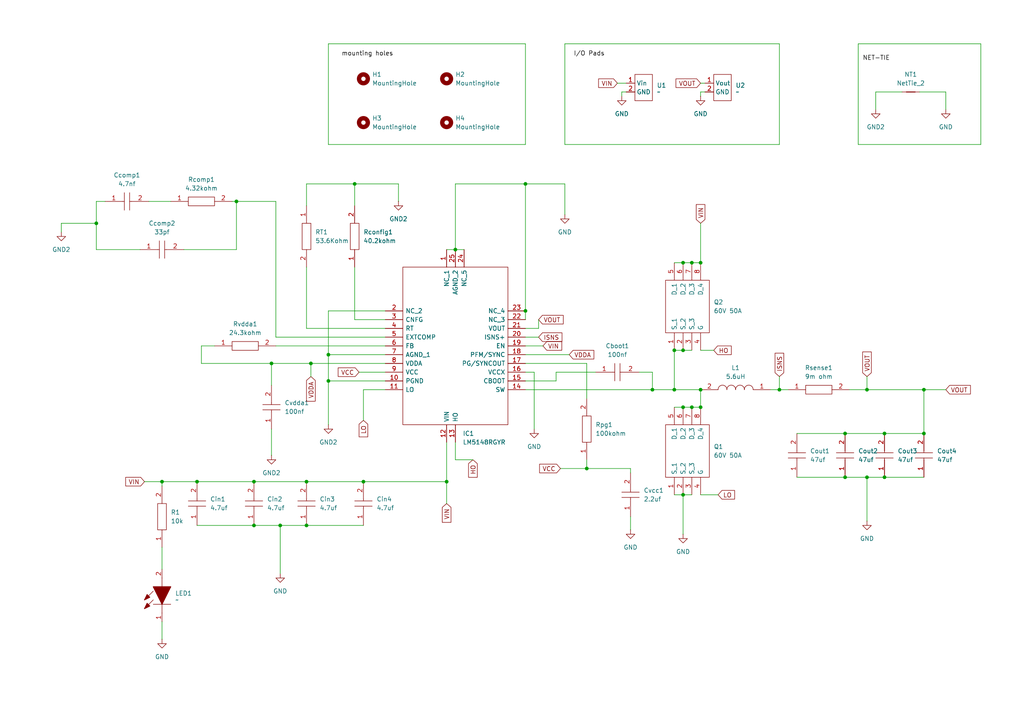
<source format=kicad_sch>
(kicad_sch (version 20250114) (generator "eeschema") (generator_version "9.0")
  (paper "A4")
  (lib_symbols
    (symbol "CGA4C2C0G1H472J060AA:CGA4C2C0G1H472J060AA" (pin_names (offset 0.762))
      (property "Reference" "C" (at 8.89 6.35 0))
      (property "Value" "CGA4C2C0G1H472J060AA" (at 8.89 3.81 0))
      (symbol "CGA4C2C0G1H472J060AA_0_0"
        (pin passive line (at 0 0 0) (length 5.08) (name "~") (number "1"))
        (pin passive line (at 12.7 0 180) (length 5.08) (name "~") (number "2"))
      )
    )
    (symbol "CGA6M3X7S2A475K200AB:CGA6M3X7S2A475K200AB" (pin_names (offset 0.762))
      (property "Reference" "C" (at 8.89 6.35 0))
      (property "Value" "CGA6M3X7S2A475K200AB" (at 8.89 3.81 0))
      (symbol "CGA6M3X7S2A475K200AB_0_0"
        (pin passive line (at 0 0 0) (length 5.08) (name "~") (number "1"))
        (pin passive line (at 12.7 0 180) (length 5.08) (name "~") (number "2"))
      )
    )
    (symbol "CL21C330JBANNNC:CL21C330JBANNNC" (pin_names (offset 0.762))
      (property "Reference" "C" (at 8.89 6.35 0))
      (property "Value" "CL21C330JBANNNC" (at 8.89 3.81 0))
      (symbol "CL21C330JBANNNC_0_0"
        (pin passive line (at 0 0 0) (length 5.08) (name "~") (number "1"))
        (pin passive line (at 12.7 0 180) (length 5.08) (name "~") (number "2"))
      )
    )
    (symbol "CRCW040224K3FKED:CRCW040224K3FKED" (pin_names (offset 0.762))
      (property "Reference" "R" (at 13.97 6.35 0))
      (property "Value" "CRCW040224K3FKED" (at 13.97 3.81 0))
      (symbol "CRCW040224K3FKED_0_0"
        (pin passive line (at 0 0 0) (length 5.08) (name "~") (number "1"))
        (pin passive line (at 17.78 0 180) (length 5.08) (name "~") (number "2"))
      )
    )
    (symbol "CRCW04024K32FKED:CRCW04024K32FKED" (pin_names (offset 0.762))
      (property "Reference" "R" (at 13.97 6.35 0))
      (property "Value" "CRCW04024K32FKED" (at 13.97 3.81 0))
      (symbol "CRCW04024K32FKED_0_0"
        (pin passive line (at 0 0 0) (length 5.08) (name "~") (number "1"))
        (pin passive line (at 17.78 0 180) (length 5.08) (name "~") (number "2"))
      )
    )
    (symbol "CRCW0603100KFKEA:CRCW0603100KFKEA" (pin_names (offset 0.762))
      (property "Reference" "R" (at 13.97 6.35 0))
      (property "Value" "CRCW0603100KFKEA" (at 13.97 3.81 0))
      (symbol "CRCW0603100KFKEA_0_0"
        (pin passive line (at 0 0 0) (length 5.08) (name "~") (number "1"))
        (pin passive line (at 17.78 0 180) (length 5.08) (name "~") (number "2"))
      )
    )
    (symbol "CRCW060340K2FKEA:CRCW060340K2FKEA" (pin_names (offset 0.762))
      (property "Reference" "R" (at 13.97 6.35 0))
      (property "Value" "CRCW060340K2FKEA" (at 13.97 3.81 0))
      (symbol "CRCW060340K2FKEA_0_0"
        (pin passive line (at 0 0 0) (length 5.08) (name "~") (number "1"))
        (pin passive line (at 17.78 0 180) (length 5.08) (name "~") (number "2"))
      )
    )
    (symbol "CRCW060353K6FKEA:CRCW060353K6FKEA" (pin_names (offset 0.762))
      (property "Reference" "R" (at 13.97 6.35 0))
      (property "Value" "CRCW060353K6FKEA" (at 13.97 3.81 0))
      (symbol "CRCW060353K6FKEA_0_0"
        (pin passive line (at 0 0 0) (length 5.08) (name "~") (number "1"))
        (pin passive line (at 17.78 0 180) (length 5.08) (name "~") (number "2"))
      )
    )
    (symbol "CSD18534Q5A:CSD18534Q5A" (pin_names (offset 0.762))
      (property "Reference" "Q" (at 21.59 7.62 0))
      (property "Value" "CSD18534Q5A" (at 21.59 5.08 0))
      (symbol "CSD18534Q5A_0_0"
        (pin passive line (at 0 0 0) (length 5.08) (name "S_1") (number "1"))
        (pin passive line (at 0 -2.54 0) (length 5.08) (name "S_2") (number "2"))
        (pin passive line (at 0 -5.08 0) (length 5.08) (name "S_3") (number "3"))
        (pin passive line (at 0 -7.62 0) (length 5.08) (name "G") (number "4"))
        (pin passive line (at 25.4 0 180) (length 5.08) (name "D_1") (number "5"))
        (pin passive line (at 25.4 -2.54 180) (length 5.08) (name "D_2") (number "6"))
        (pin passive line (at 25.4 -5.08 180) (length 5.08) (name "D_3") (number "7"))
        (pin passive line (at 25.4 -7.62 180) (length 5.08) (name "D_4") (number "8"))
      )
    )
    (symbol "Device:NetTie_2" (pin_numbers (hide yes)) (pin_names (offset 0) (hide yes)) (in_bom no)
      (property "Reference" "NT" (at 0 1.27 0))
      (property "Value" "NetTie_2" (at 0 -1.27 0))
      (symbol "NetTie_2_1_1"
        (pin passive line (at -2.54 0 0) (length 2.54) (name "1") (number "1"))
        (pin passive line (at 2.54 0 180) (length 2.54) (name "2") (number "2"))
      )
    )
    (symbol "GRM155R71A104KA01D:GRM155R71A104KA01D" (pin_names (offset 0.762))
      (property "Reference" "C" (at 8.89 6.35 0))
      (property "Value" "GRM155R71A104KA01D" (at 8.89 3.81 0))
      (symbol "GRM155R71A104KA01D_0_0"
        (pin passive line (at 0 0 0) (length 5.08) (name "~") (number "1"))
        (pin passive line (at 12.7 0 180) (length 5.08) (name "~") (number "2"))
      )
    )
    (symbol "GRM188R71A225KE15D:GRM188R71A225KE15D" (pin_names (offset 0.762))
      (property "Reference" "C" (at 8.89 6.35 0))
      (property "Value" "GRM188R71A225KE15D" (at 8.89 3.81 0))
      (symbol "GRM188R71A225KE15D_0_0"
        (pin passive line (at 0 0 0) (length 5.08) (name "~") (number "1"))
        (pin passive line (at 12.7 0 180) (length 5.08) (name "~") (number "2"))
      )
    )
    (symbol "GRM32ER61C476KE15L:GRM32ER61C476KE15L" (pin_names (offset 0.762))
      (property "Reference" "C" (at 8.89 6.35 0))
      (property "Value" "GRM32ER61C476KE15L" (at 8.89 3.81 0))
      (symbol "GRM32ER61C476KE15L_0_0"
        (pin passive line (at 0 0 0) (length 5.08) (name "~") (number "1"))
        (pin passive line (at 12.7 0 180) (length 5.08) (name "~") (number "2"))
      )
    )
    (symbol "HC3-5R6-R:HC3-5R6-R" (pin_names (offset 0.762))
      (property "Reference" "L" (at 16.51 6.35 0))
      (property "Value" "HC3-5R6-R" (at 16.51 3.81 0))
      (symbol "HC3-5R6-R_0_0"
        (pin passive line (at 0 0 0) (length 5.08) (name "~") (number "1"))
        (pin passive line (at 20.32 0 180) (length 5.08) (name "~") (number "2"))
      )
    )
    (symbol "LM5148RGYR:LM5148RGYR" (pin_names (offset 0.762))
      (property "Reference" "IC" (at 36.83 17.78 0))
      (property "Value" "LM5148RGYR" (at 36.83 15.24 0))
      (symbol "LM5148RGYR_0_0"
        (pin passive line (at 0 0 0) (length 5.08) (name "NC_2") (number "2"))
        (pin passive line (at 0 -2.54 0) (length 5.08) (name "CNFG") (number "3"))
        (pin passive line (at 0 -5.08 0) (length 5.08) (name "RT") (number "4"))
        (pin passive line (at 0 -7.62 0) (length 5.08) (name "EXTCOMP") (number "5"))
        (pin passive line (at 0 -10.16 0) (length 5.08) (name "FB") (number "6"))
        (pin passive line (at 0 -12.7 0) (length 5.08) (name "AGND_1") (number "7"))
        (pin passive line (at 0 -15.24 0) (length 5.08) (name "VDDA") (number "8"))
        (pin passive line (at 0 -17.78 0) (length 5.08) (name "VCC") (number "9"))
        (pin passive line (at 0 -20.32 0) (length 5.08) (name "PGND") (number "10"))
        (pin passive line (at 0 -22.86 0) (length 5.08) (name "LO") (number "11"))
        (pin passive line (at 17.78 17.78 270) (length 5.08) (name "NC_1") (number "1"))
        (pin passive line (at 17.78 -38.1 90) (length 5.08) (name "VIN") (number "12"))
        (pin passive line (at 20.32 17.78 270) (length 5.08) (name "AGND_2") (number "25"))
        (pin passive line (at 20.32 -38.1 90) (length 5.08) (name "HO") (number "13"))
        (pin passive line (at 22.86 17.78 270) (length 5.08) (name "NC_5") (number "24"))
        (pin passive line (at 40.64 0 180) (length 5.08) (name "NC_4") (number "23"))
        (pin passive line (at 40.64 -2.54 180) (length 5.08) (name "NC_3") (number "22"))
        (pin passive line (at 40.64 -5.08 180) (length 5.08) (name "VOUT") (number "21"))
        (pin passive line (at 40.64 -7.62 180) (length 5.08) (name "ISNS+") (number "20"))
        (pin passive line (at 40.64 -10.16 180) (length 5.08) (name "EN") (number "19"))
        (pin passive line (at 40.64 -12.7 180) (length 5.08) (name "PFM/SYNC") (number "18"))
        (pin passive line (at 40.64 -15.24 180) (length 5.08) (name "PG/SYNCOUT") (number "17"))
        (pin passive line (at 40.64 -17.78 180) (length 5.08) (name "VCCX") (number "16"))
        (pin passive line (at 40.64 -20.32 180) (length 5.08) (name "CBOOT") (number "15"))
        (pin passive line (at 40.64 -22.86 180) (length 5.08) (name "SW") (number "14"))
      )
    )
    (symbol "LTST-C150KRKT:LTST-C150KRKT" (pin_names (offset 0.762))
      (property "Reference" "LED" (at 12.7 8.89 0))
      (property "Value" "LTST-C150KRKT" (at 12.7 6.35 0))
      (symbol "LTST-C150KRKT_0_0"
        (pin passive line (at 0 0 0) (length 2.54) (name "~") (number "1"))
        (pin passive line (at 15.24 0 180) (length 2.54) (name "~") (number "2"))
      )
    )
    (symbol "Mechanical:MountingHole" (pin_names (offset 1.016)) (exclude_from_sim yes) (in_bom no)
      (property "Reference" "H" (at 0 5.08 0))
      (property "Value" "MountingHole" (at 0 3.175 0))
    )
    (symbol "PLT0805Z1002AST5:PLT0805Z1002AST5" (pin_names (offset 0.762))
      (property "Reference" "R" (at 13.97 6.35 0))
      (property "Value" "PLT0805Z1002AST5" (at 13.97 3.81 0))
      (symbol "PLT0805Z1002AST5_0_0"
        (pin passive line (at 0 0 0) (length 5.08) (name "~") (number "1"))
        (pin passive line (at 17.78 0 180) (length 5.08) (name "~") (number "2"))
      )
    )
    (symbol "WSLP12069L000FEA:WSLP12069L000FEA" (pin_names (offset 0.762))
      (property "Reference" "R" (at 13.97 6.35 0))
      (property "Value" "WSLP12069L000FEA" (at 13.97 3.81 0))
      (symbol "WSLP12069L000FEA_0_0"
        (pin passive line (at 0 0 0) (length 5.08) (name "~") (number "1"))
        (pin passive line (at 17.78 0 180) (length 5.08) (name "~") (number "2"))
      )
    )
    (symbol "input_pad:I/P"
      (property "Reference" "U" (at 0 0 0))
      (symbol "I/P_1_1"
        (pin input line (at 0 1.27 0) (length 2.54) (name "Vin") (number "1"))
        (pin input line (at 0 -1.27 0) (length 2.54) (name "GND") (number "2"))
      )
    )
    (symbol "output_pad:o/p"
      (property "Reference" "U" (at 0 0 0))
      (symbol "o/p_1_1"
        (pin output line (at 0 1.27 0) (length 2.54) (name "Vout") (number "1"))
        (pin output line (at 0 -1.27 0) (length 2.54) (name "GND") (number "2"))
      )
    )
    (symbol "power:GND" (power) (pin_numbers (hide yes)) (pin_names (offset 0) (hide yes))
      (property "Value" "GND" (at 0 -3.81 0))
      (symbol "GND_1_1"
        (pin power_in line (at 0 0 270) (length 0) (name "~") (number "1"))
      )
    )
    (symbol "power:GND2" (power) (pin_numbers (hide yes)) (pin_names (offset 0) (hide yes))
      (property "Value" "GND2" (at 0 -3.81 0))
      (symbol "GND2_1_1"
        (pin power_in line (at 0 0 270) (length 0) (name "~") (number "1"))
      )
    )
  )
  (junction (at 245.11 138.43))
  (junction (at 27.94 64.77))
  (junction (at 226.06 113.03))
  (junction (at 189.23 113.03))
  (junction (at 200.66 118.11))
  (junction (at 251.46 113.03))
  (junction (at 46.99 139.7))
  (junction (at 78.74 105.41))
  (junction (at 73.66 152.4))
  (junction (at 102.87 53.34))
  (junction (at 203.2 76.2))
  (junction (at 203.2 113.03))
  (junction (at 256.54 125.73))
  (junction (at 267.97 113.03))
  (junction (at 198.12 143.51))
  (junction (at 200.66 76.2))
  (junction (at 198.12 101.6))
  (junction (at 198.12 118.11))
  (junction (at 132.08 72.39))
  (junction (at 81.28 152.4))
  (junction (at 203.2 118.11))
  (junction (at 95.25 110.49))
  (junction (at 88.9 139.7))
  (junction (at 68.58 58.42))
  (junction (at 267.97 125.73))
  (junction (at 105.41 139.7))
  (junction (at 152.4 53.34))
  (junction (at 73.66 139.7))
  (junction (at 256.54 138.43))
  (junction (at 95.25 102.87))
  (junction (at 90.17 105.41))
  (junction (at 88.9 152.4))
  (junction (at 57.15 139.7))
  (junction (at 251.46 138.43))
  (junction (at 245.11 125.73))
  (junction (at 198.12 76.2))
  (junction (at 195.58 101.6))
  (junction (at 152.4 90.17))
  (junction (at 195.58 113.03))
  (junction (at 170.18 135.89))
  (junction (at 129.54 139.7))
  (wire (pts (xy 27.94 64.77) (xy 27.94 72.39)))
  (wire (pts (xy 226.06 109.22) (xy 226.06 113.03)))
  (wire (pts (xy 251.46 113.03) (xy 267.97 113.03)))
  (wire (pts (xy 154.94 107.95) (xy 154.94 124.46)))
  (wire (pts (xy 248.92 12.7) (xy 248.92 41.91)))
  (wire (pts (xy 152.4 53.34) (xy 152.4 90.17)))
  (wire (pts (xy 203.2 143.51) (xy 208.28 143.51)))
  (wire (pts (xy 261.62 26.67) (xy 254 26.67)))
  (wire (pts (xy 152.4 95.25) (xy 156.21 95.25)))
  (wire (pts (xy 246.38 113.03) (xy 251.46 113.03)))
  (wire (pts (xy 129.54 72.39) (xy 132.08 72.39)))
  (wire (pts (xy 152.4 53.34) (xy 163.83 53.34)))
  (wire (pts (xy 195.58 113.03) (xy 203.2 113.03)))
  (wire (pts (xy 95.25 110.49) (xy 95.25 123.19)))
  (wire (pts (xy 245.11 138.43) (xy 251.46 138.43)))
  (wire (pts (xy 17.78 64.77) (xy 27.94 64.77)))
  (wire (pts (xy 132.08 53.34) (xy 132.08 72.39)))
  (wire (pts (xy 88.9 152.4) (xy 105.41 152.4)))
  (wire (pts (xy 195.58 101.6) (xy 195.58 113.03)))
  (wire (pts (xy 102.87 77.47) (xy 102.87 92.71)))
  (wire (pts (xy 170.18 135.89) (xy 170.18 133.35)))
  (wire (pts (xy 78.74 105.41) (xy 78.74 111.76)))
  (wire (pts (xy 185.42 107.95) (xy 189.23 107.95)))
  (wire (pts (xy 226.06 113.03) (xy 228.6 113.03)))
  (wire (pts (xy 226.06 41.91) (xy 226.06 12.7)))
  (wire (pts (xy 58.42 105.41) (xy 78.74 105.41)))
  (wire (pts (xy 200.66 76.2) (xy 203.2 76.2)))
  (wire (pts (xy 231.14 125.73) (xy 245.11 125.73)))
  (wire (pts (xy 132.08 133.35) (xy 132.08 128.27)))
  (wire (pts (xy 81.28 152.4) (xy 88.9 152.4)))
  (wire (pts (xy 105.41 113.03) (xy 111.76 113.03)))
  (wire (pts (xy 266.7 26.67) (xy 274.32 26.67)))
  (wire (pts (xy 200.66 118.11) (xy 203.2 118.11)))
  (wire (pts (xy 81.28 152.4) (xy 81.28 166.37)))
  (wire (pts (xy 46.99 158.75) (xy 46.99 165.1)))
  (wire (pts (xy 78.74 105.41) (xy 90.17 105.41)))
  (wire (pts (xy 88.9 77.47) (xy 88.9 95.25)))
  (wire (pts (xy 256.54 125.73) (xy 267.97 125.73)))
  (wire (pts (xy 73.66 152.4) (xy 81.28 152.4)))
  (wire (pts (xy 90.17 105.41) (xy 111.76 105.41)))
  (wire (pts (xy 111.76 102.87) (xy 95.25 102.87)))
  (wire (pts (xy 245.11 125.73) (xy 256.54 125.73)))
  (wire (pts (xy 284.48 41.91) (xy 248.92 41.91)))
  (wire (pts (xy 267.97 113.03) (xy 274.32 113.03)))
  (wire (pts (xy 78.74 124.46) (xy 78.74 132.08)))
  (wire (pts (xy 43.18 58.42) (xy 49.53 58.42)))
  (wire (pts (xy 254 26.67) (xy 254 31.75)))
  (wire (pts (xy 251.46 138.43) (xy 256.54 138.43)))
  (wire (pts (xy 182.88 149.86) (xy 182.88 153.67)))
  (wire (pts (xy 170.18 105.41) (xy 170.18 115.57)))
  (wire (pts (xy 198.12 118.11) (xy 200.66 118.11)))
  (wire (pts (xy 189.23 113.03) (xy 195.58 113.03)))
  (wire (pts (xy 111.76 97.79) (xy 80.01 97.79)))
  (wire (pts (xy 57.15 152.4) (xy 73.66 152.4)))
  (wire (pts (xy 132.08 53.34) (xy 152.4 53.34)))
  (wire (pts (xy 88.9 139.7) (xy 73.66 139.7)))
  (wire (pts (xy 198.12 143.51) (xy 198.12 154.94)))
  (wire (pts (xy 104.14 107.95) (xy 111.76 107.95)))
  (wire (pts (xy 152.4 97.79) (xy 156.21 97.79)))
  (wire (pts (xy 95.25 41.91) (xy 152.4 41.91)))
  (wire (pts (xy 17.78 67.31) (xy 17.78 64.77)))
  (wire (pts (xy 27.94 58.42) (xy 27.94 64.77)))
  (wire (pts (xy 95.25 102.87) (xy 95.25 110.49)))
  (wire (pts (xy 274.32 26.67) (xy 274.32 31.75)))
  (wire (pts (xy 195.58 118.11) (xy 198.12 118.11)))
  (wire (pts (xy 132.08 72.39) (xy 134.62 72.39)))
  (wire (pts (xy 198.12 101.6) (xy 200.66 101.6)))
  (wire (pts (xy 152.4 90.17) (xy 152.4 92.71)))
  (wire (pts (xy 161.29 107.95) (xy 172.72 107.95)))
  (wire (pts (xy 95.25 12.7) (xy 152.4 12.7)))
  (wire (pts (xy 203.2 113.03) (xy 203.2 118.11)))
  (wire (pts (xy 203.2 26.67) (xy 203.2 27.94)))
  (wire (pts (xy 198.12 76.2) (xy 200.66 76.2)))
  (wire (pts (xy 46.99 180.34) (xy 46.99 185.42)))
  (wire (pts (xy 182.88 135.89) (xy 170.18 135.89)))
  (wire (pts (xy 105.41 139.7) (xy 129.54 139.7)))
  (wire (pts (xy 163.83 41.91) (xy 226.06 41.91)))
  (wire (pts (xy 46.99 139.7) (xy 57.15 139.7)))
  (wire (pts (xy 195.58 143.51) (xy 198.12 143.51)))
  (wire (pts (xy 163.83 53.34) (xy 163.83 62.23)))
  (wire (pts (xy 152.4 105.41) (xy 170.18 105.41)))
  (wire (pts (xy 284.48 12.7) (xy 284.48 41.91)))
  (wire (pts (xy 46.99 139.7) (xy 46.99 140.97)))
  (wire (pts (xy 163.83 12.7) (xy 163.83 41.91)))
  (wire (pts (xy 129.54 128.27) (xy 129.54 139.7)))
  (wire (pts (xy 137.16 133.35) (xy 132.08 133.35)))
  (wire (pts (xy 90.17 105.41) (xy 90.17 109.22)))
  (wire (pts (xy 27.94 72.39) (xy 40.64 72.39)))
  (wire (pts (xy 182.88 137.16) (xy 182.88 135.89)))
  (wire (pts (xy 256.54 138.43) (xy 267.97 138.43)))
  (wire (pts (xy 30.48 58.42) (xy 27.94 58.42)))
  (wire (pts (xy 95.25 12.7) (xy 95.25 41.91)))
  (wire (pts (xy 115.57 58.42) (xy 115.57 53.34)))
  (wire (pts (xy 73.66 139.7) (xy 57.15 139.7)))
  (wire (pts (xy 152.4 113.03) (xy 189.23 113.03)))
  (wire (pts (xy 62.23 100.33) (xy 58.42 100.33)))
  (wire (pts (xy 204.47 26.67) (xy 203.2 26.67)))
  (wire (pts (xy 88.9 53.34) (xy 102.87 53.34)))
  (wire (pts (xy 195.58 76.2) (xy 198.12 76.2)))
  (wire (pts (xy 115.57 53.34) (xy 102.87 53.34)))
  (wire (pts (xy 58.42 100.33) (xy 58.42 105.41)))
  (wire (pts (xy 156.21 95.25) (xy 156.21 92.71)))
  (wire (pts (xy 41.91 139.7) (xy 46.99 139.7)))
  (wire (pts (xy 251.46 138.43) (xy 251.46 151.13)))
  (wire (pts (xy 152.4 110.49) (xy 161.29 110.49)))
  (wire (pts (xy 180.34 26.67) (xy 181.61 26.67)))
  (wire (pts (xy 152.4 100.33) (xy 157.48 100.33)))
  (wire (pts (xy 105.41 139.7) (xy 88.9 139.7)))
  (wire (pts (xy 95.25 110.49) (xy 111.76 110.49)))
  (wire (pts (xy 105.41 121.92) (xy 105.41 113.03)))
  (wire (pts (xy 68.58 58.42) (xy 68.58 72.39)))
  (wire (pts (xy 88.9 95.25) (xy 111.76 95.25)))
  (wire (pts (xy 102.87 59.69) (xy 102.87 53.34)))
  (wire (pts (xy 189.23 107.95) (xy 189.23 113.03)))
  (wire (pts (xy 195.58 101.6) (xy 198.12 101.6)))
  (wire (pts (xy 152.4 107.95) (xy 154.94 107.95)))
  (wire (pts (xy 80.01 100.33) (xy 111.76 100.33)))
  (wire (pts (xy 231.14 138.43) (xy 245.11 138.43)))
  (wire (pts (xy 203.2 24.13) (xy 204.47 24.13)))
  (wire (pts (xy 248.92 12.7) (xy 284.48 12.7)))
  (wire (pts (xy 88.9 59.69) (xy 88.9 53.34)))
  (wire (pts (xy 161.29 110.49) (xy 161.29 107.95)))
  (wire (pts (xy 111.76 90.17) (xy 95.25 90.17)))
  (wire (pts (xy 102.87 92.71) (xy 111.76 92.71)))
  (wire (pts (xy 152.4 102.87) (xy 165.1 102.87)))
  (wire (pts (xy 198.12 143.51) (xy 200.66 143.51)))
  (wire (pts (xy 129.54 139.7) (xy 129.54 146.05)))
  (wire (pts (xy 226.06 12.7) (xy 163.83 12.7)))
  (wire (pts (xy 95.25 90.17) (xy 95.25 102.87)))
  (wire (pts (xy 267.97 113.03) (xy 267.97 125.73)))
  (wire (pts (xy 203.2 64.77) (xy 203.2 76.2)))
  (wire (pts (xy 180.34 27.94) (xy 180.34 26.67)))
  (wire (pts (xy 80.01 58.42) (xy 68.58 58.42)))
  (wire (pts (xy 68.58 58.42) (xy 67.31 58.42)))
  (wire (pts (xy 80.01 58.42) (xy 80.01 97.79)))
  (wire (pts (xy 162.56 135.89) (xy 170.18 135.89)))
  (wire (pts (xy 223.52 113.03) (xy 226.06 113.03)))
  (wire (pts (xy 179.07 24.13) (xy 181.61 24.13)))
  (wire (pts (xy 203.2 101.6) (xy 207.01 101.6)))
  (wire (pts (xy 152.4 41.91) (xy 152.4 12.7)))
  (wire (pts (xy 251.46 113.03) (xy 251.46 109.22)))
  (wire (pts (xy 53.34 72.39) (xy 68.58 72.39)))
  (label "I{slash}O Pads" (at 166.37 16.51 0))
  (label "mounting holes" (at 99.06 16.51 0))
  (label "NET-TIE" (at 250.19 17.78 0))
  (global_label "VOUT" (shape input) (at 156.21 92.71 0) (property "Intersheetrefs" "${INTERSHEET_REFS}" (effects (hide yes))))
  (global_label "LO" (shape input) (at 105.41 121.92 270) (property "Intersheetrefs" "${INTERSHEET_REFS}" (effects (hide yes))))
  (global_label "HO" (shape input) (at 137.16 133.35 270) (property "Intersheetrefs" "${INTERSHEET_REFS}" (effects (hide yes))))
  (global_label "VDDA" (shape input) (at 90.17 109.22 270) (property "Intersheetrefs" "${INTERSHEET_REFS}" (effects (hide yes))))
  (global_label "VOUT" (shape input) (at 274.32 113.03 0) (property "Intersheetrefs" "${INTERSHEET_REFS}" (effects (hide yes))))
  (global_label "ISNS" (shape input) (at 156.21 97.79 0) (property "Intersheetrefs" "${INTERSHEET_REFS}" (effects (hide yes))))
  (global_label "VOUT" (shape input) (at 251.46 109.22 90) (property "Intersheetrefs" "${INTERSHEET_REFS}" (effects (hide yes))))
  (global_label "VCC" (shape input) (at 104.14 107.95 180) (property "Intersheetrefs" "${INTERSHEET_REFS}" (effects (hide yes))))
  (global_label "VDDA" (shape input) (at 165.1 102.87 0) (property "Intersheetrefs" "${INTERSHEET_REFS}" (effects (hide yes))))
  (global_label "VIN" (shape input) (at 203.2 64.77 90) (property "Intersheetrefs" "${INTERSHEET_REFS}" (effects (hide yes))))
  (global_label "HO" (shape input) (at 207.01 101.6 0) (property "Intersheetrefs" "${INTERSHEET_REFS}" (effects (hide yes))))
  (global_label "ISNS" (shape input) (at 226.06 109.22 90) (property "Intersheetrefs" "${INTERSHEET_REFS}" (effects (hide yes))))
  (global_label "VIN" (shape input) (at 129.54 146.05 270) (property "Intersheetrefs" "${INTERSHEET_REFS}" (effects (hide yes))))
  (global_label "LO" (shape input) (at 208.28 143.51 0) (property "Intersheetrefs" "${INTERSHEET_REFS}" (effects (hide yes))))
  (global_label "VCC" (shape input) (at 162.56 135.89 180) (property "Intersheetrefs" "${INTERSHEET_REFS}" (effects (hide yes))))
  (global_label "VIN" (shape input) (at 157.48 100.33 0) (property "Intersheetrefs" "${INTERSHEET_REFS}" (effects (hide yes))))
  (global_label "VIN" (shape input) (at 179.07 24.13 180) (property "Intersheetrefs" "${INTERSHEET_REFS}" (effects (hide yes))))
  (global_label "VIN" (shape input) (at 41.91 139.7 180) (property "Intersheetrefs" "${INTERSHEET_REFS}" (effects (hide yes))))
  (global_label "VOUT" (shape input) (at 203.2 24.13 180) (property "Intersheetrefs" "${INTERSHEET_REFS}" (effects (hide yes))))
  (symbol (lib_id "CGA6M3X7S2A475K200AB:CGA6M3X7S2A475K200AB") (at 88.9 152.4 90) (unit 1)
    (property "Reference" "Cin3" (at 92.71 144.7799 90) (effects (justify right)))
    (property "Value" "4.7uf" (at 92.71 147.3199 90) (effects (justify right)))
    (property "Footprint" "CGA6M3X7S2A475K200AB:CAPC3225X200N" (effects (hide yes)))
    (property "Datasheet" "https://product.tdk.com/system/files/dam/doc/product/capacitor/ceramic/mlcc/catalog/mlcc_automotive_midvoltage_en.pdf" (effects (hide yes)))
    (property "Description" "TDK 4.7uF Multilayer Ceramic Capacitor MLCC 100V dc +/-10% X7S Dielectric 1210 (3225M) SMD, Max. Temp. +125C" (effects (hide yes)))
    (property "Description_1" "TDK 4.7uF Multilayer Ceramic Capacitor MLCC 100V dc +/-10% X7S Dielectric 1210 (3225M) SMD, Max. Temp. +125C" (effects (hide yes)))
    (property "Height" "2" (effects (hide yes)))
    (property "Manufacturer_Name" "TDK" (effects (hide yes)))
    (property "Manufacturer_Part_Number" "FS32X475K101EGG" (effects (hide yes)))
    (property "LCSC NO" "C381466" (effects (hide yes)))
    (property "Mouser Part Number" "810-CGA6M3X7S2A475K" (effects (hide yes)))
    (property "Mouser Price/Stock" "https://www.mouser.co.uk/ProductDetail/TDK/CGA6M3X7S2A475K200AB?qs=NRhsANhppD%2FX6yhUSZEbbQ%3D%3D" (effects (hide yes)))
    (property "Arrow Part Number" "CGA6M3X7S2A475K200AB" (effects (hide yes)))
    (property "Arrow Price/Stock" "https://www.arrow.com/en/products/cga6m3x7s2a475k200ab/tdk?utm_currency=USD&region=nac" (effects (hide yes)))
  )
  (symbol (lib_id "GRM32ER61C476KE15L:GRM32ER61C476KE15L") (at 231.14 138.43 90) (unit 1)
    (property "Reference" "Cout1" (at 234.95 130.8099 90) (effects (justify right)))
    (property "Value" "47uf" (at 234.95 133.3499 90) (effects (justify right)))
    (property "Footprint" "GRM32ER61C476KE15L:CAPC3225X270N" (effects (hide yes)))
    (property "Datasheet" "https://search.murata.co.jp/Ceramy/image/img/A01X/G101/ENG/GRM32ER61C476KE15-01A.pdf" (effects (hide yes)))
    (property "Description" "Ceramic  SMT capacitor 47uF 16Vdc Murata 47uF Multilayer Ceramic Capacitor (MLCC) 16 V dc +/-10% X5R dielectric GRM max op. temp. +85C" (effects (hide yes)))
    (property "Description_1" "Ceramic  SMT capacitor 47uF 16Vdc Murata 47uF Multilayer Ceramic Capacitor (MLCC) 16 V dc +/-10% X5R dielectric GRM max op. temp. +85C" (effects (hide yes)))
    (property "Height" "2.7" (effects (hide yes)))
    (property "Manufacturer_Name" "Murata Electronics" (effects (hide yes)))
    (property "Manufacturer_Part_Number" "GRM32ER61C476KE15L" (effects (hide yes)))
    (property "LCSC NO" "C77101" (effects (hide yes)))
    (property "Mouser Part Number" "81-GRM32ER61C476KE5L" (effects (hide yes)))
    (property "Mouser Price/Stock" "https://www.mouser.co.uk/ProductDetail/Murata-Electronics/GRM32ER61C476KE15L?qs=%252B%2F7tQhzlcy7Im%2F1Gh2YSGQ%3D%3D" (effects (hide yes)))
    (property "Arrow Part Number" "GRM32ER61C476KE15L" (effects (hide yes)))
    (property "Arrow Price/Stock" "https://www.arrow.com/en/products/grm32er61c476ke15l/murata-manufacturing?utm_currency=USD&region=nac" (effects (hide yes)))
  )
  (symbol (lib_id "power:GND") (at 154.94 124.46 0) (unit 1)
    (property "Reference" "#PWR09" (effects (hide yes)))
    (property "Value" "GND" (at 154.94 129.54 0))
    (property "Description" "Power symbol creates a global label with name \"GND\" , ground" (effects (hide yes)))
  )
  (symbol (lib_id "CGA4C2C0G1H472J060AA:CGA4C2C0G1H472J060AA") (at 30.48 58.42 0) (unit 1)
    (property "Reference" "Ccomp1" (at 36.83 50.8 0))
    (property "Value" "4.7nf" (at 36.83 53.34 0))
    (property "Footprint" "CGA4C2C0G1H472J060AA:CAPC2012X75N" (effects (hide yes)))
    (property "Datasheet" "http://docs-europe.electrocomponents.com/webdocs/14e9/0900766b814e9125.pdf" (effects (hide yes)))
    (property "Description" "Multilayer Ceramic Chip Capacitors, Capacitance=4.7nF, LxWxT:2x1.25x0.6mm" (effects (hide yes)))
    (property "Description_1" "Multilayer Ceramic Chip Capacitors, Capacitance=4.7nF, LxWxT:2x1.25x0.6mm" (effects (hide yes)))
    (property "Height" "0.75" (effects (hide yes)))
    (property "Manufacturer_Name" "TDK" (effects (hide yes)))
    (property "Manufacturer_Part_Number" "CGA4C2C0G1H472J060AA" (effects (hide yes)))
    (property "LCSC no" "C2176990" (effects (hide yes)))
    (property "Mouser Part Number" "810-CGA4C2C0G1H472J" (effects (hide yes)))
    (property "Mouser Price/Stock" "https://www.mouser.co.uk/ProductDetail/TDK/CGA4C2C0G1H472J060AA?qs=FxQuwy19cyCgdYzJw5%252BHfA%3D%3D" (effects (hide yes)))
    (property "Arrow Part Number" "CGA4C2C0G1H472J060AA" (effects (hide yes)))
    (property "Arrow Price/Stock" "https://www.arrow.com/en/products/cga4c2c0g1h472j060aa/tdk?region=europe" (effects (hide yes)))
  )
  (symbol (lib_id "power:GND") (at 81.28 166.37 0) (unit 1)
    (property "Reference" "#PWR04" (effects (hide yes)))
    (property "Value" "GND" (at 81.28 171.45 0))
    (property "Description" "Power symbol creates a global label with name \"GND\" , ground" (effects (hide yes)))
  )
  (symbol (lib_id "CL21C330JBANNNC:CL21C330JBANNNC") (at 40.64 72.39 0) (unit 1)
    (property "Reference" "Ccomp2" (at 46.99 64.77 0))
    (property "Value" "33pf" (at 46.99 67.31 0))
    (property "Footprint" "CL21C330JBANNNC:CAPC2012X75N" (effects (hide yes)))
    (property "Datasheet" "http://product.samsungsem.com/mlcc/CL21C330JBANNW.do" (effects (hide yes)))
    (property "Description" "Samsung Electro-Mechanics CL21C330JBANNNC 33pF MLCC 50V dc +/-5% Tolerance SMD" (effects (hide yes)))
    (property "Description_1" "Samsung Electro-Mechanics CL21C330JBANNNC 33pF MLCC 50V dc +/-5% Tolerance SMD" (effects (hide yes)))
    (property "Height" "0.75" (effects (hide yes)))
    (property "Manufacturer_Name" "SAMSUNG" (effects (hide yes)))
    (property "Manufacturer_Part_Number" "CL21C330JBANNNC" (effects (hide yes)))
    (property "LCSC NO" "C1814" (effects (hide yes)))
    (property "Mouser Part Number" "187-CL21C330JBANNNC" (effects (hide yes)))
    (property "Mouser Price/Stock" "https://www.mouser.co.uk/ProductDetail/Samsung-Electro-Mechanics/CL21C330JBANNNC?qs=349EhDEZ59pRTw0w8nJmhg%3D%3D" (effects (hide yes)))
  )
  (symbol (lib_id "CRCW060340K2FKEA:CRCW060340K2FKEA") (at 102.87 77.47 90) (unit 1)
    (property "Reference" "Rconfig1" (at 105.41 67.3099 90) (effects (justify right)))
    (property "Value" "40.2kohm" (at 105.41 69.8499 90) (effects (justify right)))
    (property "Footprint" "CRCW060340K2FKEA:RESC1608X50N" (effects (hide yes)))
    (property "Datasheet" "http://www.vishay.com/docs/20035/dcrcwe3.pdf" (effects (hide yes)))
    (property "Description" "Vishay CRCW Series Thick Film Surface Mount Resistor 603 Case 40.2k +/-1% 0.1W +/-100ppm/C" (effects (hide yes)))
    (property "Description_1" "Vishay CRCW Series Thick Film Surface Mount Resistor 603 Case 40.2k +/-1% 0.1W +/-100ppm/C" (effects (hide yes)))
    (property "Height" "0.5" (effects (hide yes)))
    (property "Manufacturer_Name" "Vishay" (effects (hide yes)))
    (property "Manufacturer_Part_Number" "CRCW060340K2FKEA" (effects (hide yes)))
    (property "LCSC NO" "C844784" (effects (hide yes)))
    (property "Mouser Part Number" "71-CRCW0603-40.2K-E3" (effects (hide yes)))
    (property "Mouser Price/Stock" "https://www.mouser.co.uk/ProductDetail/Vishay-Dale/CRCW060340K2FKEA?qs=wtKLRx7HFiU6ezxsF0GUJQ%3D%3D" (effects (hide yes)))
    (property "Arrow Part Number" "CRCW060340K2FKEA" (effects (hide yes)))
    (property "Arrow Price/Stock" "https://www.arrow.com/en/products/crcw060340k2fkea/vishay?region=nac" (effects (hide yes)))
  )
  (symbol (lib_id "LM5148RGYR:LM5148RGYR") (at 111.76 90.17 0) (unit 1)
    (property "Reference" "IC1" (at 134.2233 125.73 0) (effects (justify left)))
    (property "Value" "LM5148RGYR" (at 134.2233 128.27 0) (effects (justify left)))
    (property "Footprint" "LM5148_:LM5148RGYR" (effects (hide yes)))
    (property "Datasheet" "https://www.ti.com/lit/ds/symlink/lm5148.pdf?ts=1680990210570&ref_url=https%253A%252F%252Fwww.ti.com%252Fproduct%252FLM5148" (effects (hide yes)))
    (property "Description" "Switching Controllers 3.5-V to 80-V, current mode synchronous buck controller" (effects (hide yes)))
    (property "Description_1" "Switching Controllers 3.5-V to 80-V, current mode synchronous buck controller" (effects (hide yes)))
    (property "Height" "1" (effects (hide yes)))
    (property "Manufacturer_Name" "Texas Instruments" (effects (hide yes)))
    (property "Manufacturer_Part_Number" "LM5148RGYR" (effects (hide yes)))
    (property "Mouser Part Number" "595-LM5148RGYR" (effects (hide yes)))
    (property "Mouser Price/Stock" "https://www.mouser.co.uk/ProductDetail/Texas-Instruments/LM5148RGYR?qs=Jm2GQyTW%2FbgsJOyzcNbTmw%3D%3D" (effects (hide yes)))
    (property "Arrow Part Number" "LM5148RGYR" (effects (hide yes)))
    (property "Arrow Price/Stock" "https://www.arrow.com/en/products/lm5148rgyr/texas-instruments?region=nac" (effects (hide yes)))
  )
  (symbol (lib_id "power:GND") (at 182.88 153.67 0) (unit 1)
    (property "Reference" "#PWR01" (effects (hide yes)))
    (property "Value" "GND" (at 182.88 158.75 0))
    (property "Description" "Power symbol creates a global label with name \"GND\" , ground" (effects (hide yes)))
  )
  (symbol (lib_id "CGA6M3X7S2A475K200AB:CGA6M3X7S2A475K200AB") (at 73.66 152.4 90) (unit 1)
    (property "Reference" "Cin2" (at 77.47 144.7799 90) (effects (justify right)))
    (property "Value" "4.7uf" (at 77.47 147.3199 90) (effects (justify right)))
    (property "Footprint" "CGA6M3X7S2A475K200AB:CAPC3225X200N" (effects (hide yes)))
    (property "Datasheet" "https://product.tdk.com/system/files/dam/doc/product/capacitor/ceramic/mlcc/catalog/mlcc_automotive_midvoltage_en.pdf" (effects (hide yes)))
    (property "Description" "TDK 4.7uF Multilayer Ceramic Capacitor MLCC 100V dc +/-10% X7S Dielectric 1210 (3225M) SMD, Max. Temp. +125C" (effects (hide yes)))
    (property "Description_1" "TDK 4.7uF Multilayer Ceramic Capacitor MLCC 100V dc +/-10% X7S Dielectric 1210 (3225M) SMD, Max. Temp. +125C" (effects (hide yes)))
    (property "Height" "2" (effects (hide yes)))
    (property "Manufacturer_Name" "TDK" (effects (hide yes)))
    (property "Manufacturer_Part_Number" "FS32X475K101EGG" (effects (hide yes)))
    (property "LCSC NO" "C381466" (effects (hide yes)))
    (property "Mouser Part Number" "810-CGA6M3X7S2A475K" (effects (hide yes)))
    (property "Mouser Price/Stock" "https://www.mouser.co.uk/ProductDetail/TDK/CGA6M3X7S2A475K200AB?qs=NRhsANhppD%2FX6yhUSZEbbQ%3D%3D" (effects (hide yes)))
    (property "Arrow Part Number" "CGA6M3X7S2A475K200AB" (effects (hide yes)))
    (property "Arrow Price/Stock" "https://www.arrow.com/en/products/cga6m3x7s2a475k200ab/tdk?utm_currency=USD&region=nac" (effects (hide yes)))
  )
  (symbol (lib_id "CSD18534Q5A:CSD18534Q5A") (at 195.58 101.6 90) (unit 1)
    (property "Reference" "Q2" (at 207.01 87.6299 90) (effects (justify right)))
    (property "Value" "60V 50A" (at 207.01 90.1699 90) (effects (justify right)))
    (property "Footprint" "CSD18534Q5A:Q5A" (effects (hide yes)))
    (property "Datasheet" "http://www.ti.com/lit/gpn/csd18534q5a" (effects (hide yes)))
    (property "Description" "Texas Instruments CSD18534Q5A N-channel MOSFET Transistor, 69 A, 60 V, 8-Pin SON" (effects (hide yes)))
    (property "Description_1" "Texas Instruments CSD18534Q5A N-channel MOSFET Transistor, 69 A, 60 V, 8-Pin SON" (effects (hide yes)))
    (property "Manufacturer_Name" "Texas Instruments" (effects (hide yes)))
    (property "Manufacturer_Part_Number" "CSD18534Q5A" (effects (hide yes)))
    (property "Mouser Part Number" "595-CSD18534Q5A" (effects (hide yes)))
    (property "Mouser Price/Stock" "https://www.mouser.co.uk/ProductDetail/Texas-Instruments/CSD18534Q5A?qs=9Zb5cNRUa0ZPNHf4ZXtqIA%3D%3D" (effects (hide yes)))
    (property "Arrow Part Number" "CSD18534Q5A" (effects (hide yes)))
    (property "Arrow Price/Stock" "https://www.arrow.com/en/products/csd18534q5a/texas-instruments?utm_currency=USD&region=nac" (effects (hide yes)))
    (property "LCSC NO" "C115943" (effects (hide yes)))
  )
  (symbol (lib_id "PLT0805Z1002AST5:PLT0805Z1002AST5") (at 46.99 158.75 90) (unit 1)
    (property "Reference" "R1" (at 49.53 148.5899 90) (effects (justify right)))
    (property "Value" "10k" (at 49.53 151.1299 90) (effects (justify right)))
    (property "Footprint" "PLT0805Z1002AST5:RESC2013X84N" (effects (hide yes)))
    (property "Datasheet" "https://www.arrow.com/en/products/plt0805z1002ast5/vishay" (effects (hide yes)))
    (property "Description" "Thin Film Resistors - SMD 250mW 10kOHM 0.05% 0805 5PPM" (effects (hide yes)))
    (property "Description_1" "Thin Film Resistors - SMD 250mW 10kOHM 0.05% 0805 5PPM" (effects (hide yes)))
    (property "Height" "0.838" (effects (hide yes)))
    (property "Manufacturer_Name" "Vishay" (effects (hide yes)))
    (property "Manufacturer_Part_Number" "RC0805FR-7W10KL" (effects (hide yes)))
    (property "lcsc no" "C723404" (effects (hide yes)))
    (property "Mouser Part Number" "71-PLT0805Z1002AST5" (effects (hide yes)))
    (property "Mouser Price/Stock" "https://www.mouser.co.uk/ProductDetail/Vishay-Thin-Film/PLT0805Z1002AST5?qs=oBjDkOCjPF38%252Bsyb3x%2FiMw%3D%3D" (effects (hide yes)))
    (property "Arrow Part Number" "PLT0805Z1002AST5" (effects (hide yes)))
    (property "Arrow Price/Stock" "https://www.arrow.com/en/products/plt0805z1002ast5/vishay" (effects (hide yes)))
  )
  (symbol (lib_id "CRCW0603100KFKEA:CRCW0603100KFKEA") (at 170.18 133.35 90) (unit 1)
    (property "Reference" "Rpg1" (at 172.72 123.1899 90) (effects (justify right)))
    (property "Value" "100kohm" (at 172.72 125.7299 90) (effects (justify right)))
    (property "Footprint" "CRCW04024K32FKED:RESC1005X40N" (effects (hide yes)))
    (property "Datasheet" "http://www.vishay.com/docs/20035/dcrcwe3.pdf" (effects (hide yes)))
    (property "Description" "CRCW0603 Resistor T/R 0.10W,1%,100K Vishay CRCW Series Thick Film Surface Mount Resistor 0603 Case 100kOhm ?1% 0.1W ?100ppm/?C" (effects (hide yes)))
    (property "Description_1" "CRCW0603 Resistor T/R 0.10W,1%,100K Vishay CRCW Series Thick Film Surface Mount Resistor 0603 Case 100kOhm ?1% 0.1W ?100ppm/?C" (effects (hide yes)))
    (property "Height" "0.5" (effects (hide yes)))
    (property "Manufacturer_Name" "Vishay" (effects (hide yes)))
    (property "Manufacturer_Part_Number" "CRCW0603100KFKEA" (effects (hide yes)))
    (property "LCSC NO" "C844916" (effects (hide yes)))
    (property "Mouser Part Number" "71-CRCW0603-100K-E3" (effects (hide yes)))
    (property "Mouser Price/Stock" "https://www.mouser.co.uk/ProductDetail/Vishay-Dale/CRCW0603100KFKEA?qs=6dqgS%252BKntICWHMMdIzt5%2FQ%3D%3D" (effects (hide yes)))
    (property "Arrow Part Number" "CRCW0603100KFKEA" (effects (hide yes)))
    (property "Arrow Price/Stock" "https://www.arrow.com/en/products/crcw0603100kfkea/vishay?utm_currency=USD&region=nac" (effects (hide yes)))
  )
  (symbol (lib_id "power:GND2") (at 78.74 132.08 0) (unit 1)
    (property "Reference" "#PWR012" (effects (hide yes)))
    (property "Value" "GND2" (at 78.74 137.16 0))
    (property "Description" "Power symbol creates a global label with name \"GND2\" , ground" (effects (hide yes)))
  )
  (symbol (lib_id "Mechanical:MountingHole") (at 129.54 22.86 0) (unit 1) (exclude_from_sim yes) (in_bom no)
    (property "Reference" "H2" (at 132.08 21.5899 0) (effects (justify left)))
    (property "Value" "MountingHole" (at 132.08 24.1299 0) (effects (justify left)))
    (property "Footprint" "MountingHole:MountingHole_2.1mm" (effects (hide yes)))
    (property "Description" "Mounting Hole without connection" (effects (hide yes)))
  )
  (symbol (lib_id "GRM32ER61C476KE15L:GRM32ER61C476KE15L") (at 267.97 138.43 90) (unit 1)
    (property "Reference" "Cout4" (at 271.78 130.8099 90) (effects (justify right)))
    (property "Value" "47uf" (at 271.78 133.3499 90) (effects (justify right)))
    (property "Footprint" "GRM32ER61C476KE15L:CAPC3225X270N" (effects (hide yes)))
    (property "Datasheet" "https://search.murata.co.jp/Ceramy/image/img/A01X/G101/ENG/GRM32ER61C476KE15-01A.pdf" (effects (hide yes)))
    (property "Description" "Ceramic  SMT capacitor 47uF 16Vdc Murata 47uF Multilayer Ceramic Capacitor (MLCC) 16 V dc +/-10% X5R dielectric GRM max op. temp. +85C" (effects (hide yes)))
    (property "Description_1" "Ceramic  SMT capacitor 47uF 16Vdc Murata 47uF Multilayer Ceramic Capacitor (MLCC) 16 V dc +/-10% X5R dielectric GRM max op. temp. +85C" (effects (hide yes)))
    (property "Height" "2.7" (effects (hide yes)))
    (property "Manufacturer_Name" "Murata Electronics" (effects (hide yes)))
    (property "Manufacturer_Part_Number" "GRM32ER61C476KE15L" (effects (hide yes)))
    (property "LCSC NO" "C77101" (effects (hide yes)))
    (property "Mouser Part Number" "81-GRM32ER61C476KE5L" (effects (hide yes)))
    (property "Mouser Price/Stock" "https://www.mouser.co.uk/ProductDetail/Murata-Electronics/GRM32ER61C476KE15L?qs=%252B%2F7tQhzlcy7Im%2F1Gh2YSGQ%3D%3D" (effects (hide yes)))
    (property "Arrow Part Number" "GRM32ER61C476KE15L" (effects (hide yes)))
    (property "Arrow Price/Stock" "https://www.arrow.com/en/products/grm32er61c476ke15l/murata-manufacturing?utm_currency=USD&region=nac" (effects (hide yes)))
  )
  (symbol (lib_id "CRCW060353K6FKEA:CRCW060353K6FKEA") (at 88.9 59.69 270) (unit 1)
    (property "Reference" "RT1" (at 91.44 67.3099 90) (effects (justify left)))
    (property "Value" "53.6Kohm" (at 91.44 69.8499 90) (effects (justify left)))
    (property "Footprint" "CRCW04024K32FKED:RESC1005X40N" (effects (hide yes)))
    (property "Datasheet" "http://www.vishay.com/docs/20035/dcrcwe3.pdf" (effects (hide yes)))
    (property "Description" "Vishay CRCW Series Thick Film Surface Mount Resistor 0603 Case 53.6k +/-1% 0.1W +/-100ppm/K" (effects (hide yes)))
    (property "Description_1" "Vishay CRCW Series Thick Film Surface Mount Resistor 0603 Case 53.6k +/-1% 0.1W +/-100ppm/K" (effects (hide yes)))
    (property "Height" "0.5" (effects (hide yes)))
    (property "Manufacturer_Name" "Vishay" (effects (hide yes)))
    (property "Manufacturer_Part_Number" "CRCW060353K6FKEA" (effects (hide yes)))
    (property "LCSC NO" "C844576" (effects (hide yes)))
    (property "Mouser Part Number" "71-CRCW0603-53.6K-E3" (effects (hide yes)))
    (property "Mouser Price/Stock" "https://www.mouser.co.uk/ProductDetail/Vishay-Dale/CRCW060353K6FKEA?qs=t%2Fk8jExiEqtUVENO6f39Cw%3D%3D" (effects (hide yes)))
    (property "Arrow Part Number" "CRCW060353K6FKEA" (effects (hide yes)))
    (property "Arrow Price/Stock" "http://www.arrow.com/en/products/crcw060353k6fkea/vishay" (effects (hide yes)))
  )
  (symbol (lib_id "GRM32ER61C476KE15L:GRM32ER61C476KE15L") (at 256.54 138.43 90) (unit 1)
    (property "Reference" "Cout3" (at 260.35 130.8099 90) (effects (justify right)))
    (property "Value" "47uf" (at 260.35 133.3499 90) (effects (justify right)))
    (property "Footprint" "GRM32ER61C476KE15L:CAPC3225X270N" (effects (hide yes)))
    (property "Datasheet" "https://search.murata.co.jp/Ceramy/image/img/A01X/G101/ENG/GRM32ER61C476KE15-01A.pdf" (effects (hide yes)))
    (property "Description" "Ceramic  SMT capacitor 47uF 16Vdc Murata 47uF Multilayer Ceramic Capacitor (MLCC) 16 V dc +/-10% X5R dielectric GRM max op. temp. +85C" (effects (hide yes)))
    (property "Description_1" "Ceramic  SMT capacitor 47uF 16Vdc Murata 47uF Multilayer Ceramic Capacitor (MLCC) 16 V dc +/-10% X5R dielectric GRM max op. temp. +85C" (effects (hide yes)))
    (property "Height" "2.7" (effects (hide yes)))
    (property "Manufacturer_Name" "Murata Electronics" (effects (hide yes)))
    (property "Manufacturer_Part_Number" "GRM32ER61C476KE15L" (effects (hide yes)))
    (property "LCSC NO" "C77101" (effects (hide yes)))
    (property "Mouser Part Number" "81-GRM32ER61C476KE5L" (effects (hide yes)))
    (property "Mouser Price/Stock" "https://www.mouser.co.uk/ProductDetail/Murata-Electronics/GRM32ER61C476KE15L?qs=%252B%2F7tQhzlcy7Im%2F1Gh2YSGQ%3D%3D" (effects (hide yes)))
    (property "Arrow Part Number" "GRM32ER61C476KE15L" (effects (hide yes)))
    (property "Arrow Price/Stock" "https://www.arrow.com/en/products/grm32er61c476ke15l/murata-manufacturing?utm_currency=USD&region=nac" (effects (hide yes)))
  )
  (symbol (lib_id "power:GND2") (at 115.57 58.42 0) (unit 1)
    (property "Reference" "#PWR011" (effects (hide yes)))
    (property "Value" "GND2" (at 115.57 63.5 0))
    (property "Description" "Power symbol creates a global label with name \"GND2\" , ground" (effects (hide yes)))
  )
  (symbol (lib_id "CGA6M3X7S2A475K200AB:CGA6M3X7S2A475K200AB") (at 57.15 152.4 90) (unit 1)
    (property "Reference" "Cin1" (at 60.96 144.7799 90) (effects (justify right)))
    (property "Value" "4.7uf" (at 60.96 147.3199 90) (effects (justify right)))
    (property "Footprint" "CGA6M3X7S2A475K200AB:CAPC3225X200N" (effects (hide yes)))
    (property "Datasheet" "https://product.tdk.com/system/files/dam/doc/product/capacitor/ceramic/mlcc/catalog/mlcc_automotive_midvoltage_en.pdf" (effects (hide yes)))
    (property "Description" "TDK 4.7uF Multilayer Ceramic Capacitor MLCC 100V dc +/-10% X7S Dielectric 1210 (3225M) SMD, Max. Temp. +125C" (effects (hide yes)))
    (property "Description_1" "TDK 4.7uF Multilayer Ceramic Capacitor MLCC 100V dc +/-10% X7S Dielectric 1210 (3225M) SMD, Max. Temp. +125C" (effects (hide yes)))
    (property "Height" "2" (effects (hide yes)))
    (property "Manufacturer_Name" "TDK" (effects (hide yes)))
    (property "Manufacturer_Part_Number" "FS32X475K101EGG" (effects (hide yes)))
    (property "LCSC NO" "C381466" (effects (hide yes)))
    (property "Mouser Part Number" "810-CGA6M3X7S2A475K" (effects (hide yes)))
    (property "Mouser Price/Stock" "https://www.mouser.co.uk/ProductDetail/TDK/CGA6M3X7S2A475K200AB?qs=NRhsANhppD%2FX6yhUSZEbbQ%3D%3D" (effects (hide yes)))
    (property "Arrow Part Number" "CGA6M3X7S2A475K200AB" (effects (hide yes)))
    (property "Arrow Price/Stock" "https://www.arrow.com/en/products/cga6m3x7s2a475k200ab/tdk?utm_currency=USD&region=nac" (effects (hide yes)))
  )
  (symbol (lib_id "HC3-5R6-R:HC3-5R6-R") (at 223.52 113.03 180) (unit 1)
    (property "Reference" "L1" (at 213.36 106.68 0))
    (property "Value" "5.6uH" (at 213.36 109.22 0))
    (property "Footprint" "HC3-5R6-R:HC35R6R" (effects (hide yes)))
    (property "Datasheet" "https://datasheet.datasheetarchive.com/originals/distributors/Datasheets-DGA11/2201201.pdf" (effects (hide yes)))
    (property "Description" "HIGH CURRENT 3 Power Inductors" (effects (hide yes)))
    (property "Description_1" "HIGH CURRENT 3 Power Inductors" (effects (hide yes)))
    (property "Height" "17.5" (effects (hide yes)))
    (property "Manufacturer_Name" "Cooper Bussmann" (effects (hide yes)))
    (property "Manufacturer_Part_Number" "HC3-5R6-R" (effects (hide yes)))
    (property "DIGIKEY NO" "513-1756-ND" (effects (hide yes)))
  )
  (symbol (lib_id "Mechanical:MountingHole") (at 105.41 22.86 0) (unit 1) (exclude_from_sim yes) (in_bom no)
    (property "Reference" "H1" (at 107.95 21.5899 0) (effects (justify left)))
    (property "Value" "MountingHole" (at 107.95 24.1299 0) (effects (justify left)))
    (property "Footprint" "MountingHole:MountingHole_2.1mm" (effects (hide yes)))
    (property "Description" "Mounting Hole without connection" (effects (hide yes)))
  )
  (symbol (lib_id "power:GND") (at 198.12 154.94 0) (unit 1)
    (property "Reference" "#PWR03" (effects (hide yes)))
    (property "Value" "GND" (at 198.12 160.02 0))
    (property "Description" "Power symbol creates a global label with name \"GND\" , ground" (effects (hide yes)))
  )
  (symbol (lib_id "power:GND") (at 46.99 185.42 0) (unit 1)
    (property "Reference" "#PWR010" (effects (hide yes)))
    (property "Value" "GND" (at 46.99 190.5 0))
    (property "Description" "Power symbol creates a global label with name \"GND\" , ground" (effects (hide yes)))
  )
  (symbol (lib_id "WSLP12069L000FEA:WSLP12069L000FEA") (at 228.6 113.03 0) (unit 1)
    (property "Reference" "Rsense1" (at 237.49 106.68 0))
    (property "Value" "9m ohm" (at 237.49 109.22 0))
    (property "Footprint" "WSLP12069L000FEA:RESC3216X89N" (effects (hide yes)))
    (property "Datasheet" "https://www.mouser.com/datasheet/2/427/wsl-9-1128311.pdf" (effects (hide yes)))
    (property "Description" "Current Sense Resistors - SMD 1watt .009ohm 1%" (effects (hide yes)))
    (property "Description_1" "Current Sense Resistors - SMD 1watt .009ohm 1%" (effects (hide yes)))
    (property "Height" "0.889" (effects (hide yes)))
    (property "Manufacturer_Name" "Vishay" (effects (hide yes)))
    (property "Manufacturer_Part_Number" "WSLP12069L000FEA" (effects (hide yes)))
    (property "Mouser Part Number" "71-WSLP12069L000FEA" (effects (hide yes)))
    (property "Mouser Price/Stock" "https://www.mouser.co.uk/ProductDetail/Vishay-Dale/WSLP12069L000FEA?qs=eFWhpKjIuGiOgTyBGhwNKw%3D%3D" (effects (hide yes)))
    (property "DIGIKEY NO" "541-10099-2-ND" (effects (hide yes)))
  )
  (symbol (lib_id "Mechanical:MountingHole") (at 105.41 35.56 0) (unit 1) (exclude_from_sim yes) (in_bom no)
    (property "Reference" "H3" (at 107.95 34.2899 0) (effects (justify left)))
    (property "Value" "MountingHole" (at 107.95 36.8299 0) (effects (justify left)))
    (property "Footprint" "MountingHole:MountingHole_2.1mm" (effects (hide yes)))
    (property "Description" "Mounting Hole without connection" (effects (hide yes)))
  )
  (symbol (lib_id "power:GND2") (at 95.25 123.19 0) (unit 1)
    (property "Reference" "#PWR013" (effects (hide yes)))
    (property "Value" "GND2" (at 95.25 128.27 0))
    (property "Description" "Power symbol creates a global label with name \"GND2\" , ground" (effects (hide yes)))
  )
  (symbol (lib_id "power:GND") (at 251.46 151.13 0) (unit 1)
    (property "Reference" "#PWR05" (effects (hide yes)))
    (property "Value" "GND" (at 251.46 156.21 0))
    (property "Description" "Power symbol creates a global label with name \"GND\" , ground" (effects (hide yes)))
  )
  (symbol (lib_id "CSD18534Q5A:CSD18534Q5A") (at 195.58 143.51 90) (unit 1)
    (property "Reference" "Q1" (at 207.01 129.5399 90) (effects (justify right)))
    (property "Value" "60V 50A" (at 207.01 132.0799 90) (effects (justify right)))
    (property "Footprint" "CSD18534Q5A:Q5A" (effects (hide yes)))
    (property "Datasheet" "http://www.ti.com/lit/gpn/csd18534q5a" (effects (hide yes)))
    (property "Description" "Texas Instruments CSD18534Q5A N-channel MOSFET Transistor, 69 A, 60 V, 8-Pin SON" (effects (hide yes)))
    (property "Description_1" "Texas Instruments CSD18534Q5A N-channel MOSFET Transistor, 69 A, 60 V, 8-Pin SON" (effects (hide yes)))
    (property "Manufacturer_Name" "Texas Instruments" (effects (hide yes)))
    (property "Manufacturer_Part_Number" "CSD18534Q5A" (effects (hide yes)))
    (property "Mouser Part Number" "595-CSD18534Q5A" (effects (hide yes)))
    (property "Mouser Price/Stock" "https://www.mouser.co.uk/ProductDetail/Texas-Instruments/CSD18534Q5A?qs=9Zb5cNRUa0ZPNHf4ZXtqIA%3D%3D" (effects (hide yes)))
    (property "Arrow Part Number" "CSD18534Q5A" (effects (hide yes)))
    (property "Arrow Price/Stock" "https://www.arrow.com/en/products/csd18534q5a/texas-instruments?utm_currency=USD&region=nac" (effects (hide yes)))
    (property "LCSC NO" "C115943" (effects (hide yes)))
  )
  (symbol (lib_id "power:GND") (at 180.34 27.94 0) (unit 1)
    (property "Reference" "#PWR08" (effects (hide yes)))
    (property "Value" "GND" (at 180.34 33.02 0))
    (property "Description" "Power symbol creates a global label with name \"GND\" , ground" (effects (hide yes)))
  )
  (symbol (lib_id "CGA6M3X7S2A475K200AB:CGA6M3X7S2A475K200AB") (at 105.41 152.4 90) (unit 1)
    (property "Reference" "Cin4" (at 109.22 144.7799 90) (effects (justify right)))
    (property "Value" "4.7uf" (at 109.22 147.3199 90) (effects (justify right)))
    (property "Footprint" "CGA6M3X7S2A475K200AB:CAPC3225X200N" (effects (hide yes)))
    (property "Datasheet" "https://product.tdk.com/system/files/dam/doc/product/capacitor/ceramic/mlcc/catalog/mlcc_automotive_midvoltage_en.pdf" (effects (hide yes)))
    (property "Description" "TDK 4.7uF Multilayer Ceramic Capacitor MLCC 100V dc +/-10% X7S Dielectric 1210 (3225M) SMD, Max. Temp. +125C" (effects (hide yes)))
    (property "Description_1" "TDK 4.7uF Multilayer Ceramic Capacitor MLCC 100V dc +/-10% X7S Dielectric 1210 (3225M) SMD, Max. Temp. +125C" (effects (hide yes)))
    (property "Height" "2" (effects (hide yes)))
    (property "Manufacturer_Name" "TDK" (effects (hide yes)))
    (property "Manufacturer_Part_Number" "FS32X475K101EGG" (effects (hide yes)))
    (property "LCSC NO" "C381466" (effects (hide yes)))
    (property "Mouser Part Number" "810-CGA6M3X7S2A475K" (effects (hide yes)))
    (property "Mouser Price/Stock" "https://www.mouser.co.uk/ProductDetail/TDK/CGA6M3X7S2A475K200AB?qs=NRhsANhppD%2FX6yhUSZEbbQ%3D%3D" (effects (hide yes)))
    (property "Arrow Part Number" "CGA6M3X7S2A475K200AB" (effects (hide yes)))
    (property "Arrow Price/Stock" "https://www.arrow.com/en/products/cga6m3x7s2a475k200ab/tdk?utm_currency=USD&region=nac" (effects (hide yes)))
  )
  (symbol (lib_id "Device:NetTie_2") (at 264.16 26.67 0) (unit 1) (in_bom no)
    (property "Reference" "NT1" (at 264.16 21.59 0))
    (property "Value" "NetTie_2" (at 264.16 24.13 0))
    (property "Footprint" "NetTie:NetTie-2_SMD_Pad0.5mm" (effects (hide yes)))
    (property "Description" "Net tie, 2 pins" (effects (hide yes)))
  )
  (symbol (lib_id "input_pad:I/P") (at 181.61 25.4 0) (unit 1)
    (property "Reference" "U1" (at 190.5 24.7649 0) (effects (justify left)))
    (property "Value" "~" (at 190.5 26.67 0) (effects (justify left)))
    (property "Footprint" "pad_footprint:Untitled" (effects (hide yes)))
  )
  (symbol (lib_id "GRM155R71A104KA01D:GRM155R71A104KA01D") (at 172.72 107.95 0) (unit 1)
    (property "Reference" "Cboot1" (at 179.07 100.33 0))
    (property "Value" "100nf" (at 179.07 102.87 0))
    (property "Footprint" "GRM155R71A104KA01D:CAPC1005X70N" (effects (hide yes)))
    (property "Datasheet" "https://search.murata.co.jp/Ceramy/image/img/A01X/G101/ENG/GRM155R71A104KA01-01A.pdf" (effects (hide yes)))
    (property "Description" "Ceramic  SMT capacitor 100nF 10Vdc Murata 0402 GRM 100nF Ceramic Multilayer Capacitor, 10 V dc X7R Dielectric ??10%" (effects (hide yes)))
    (property "Description_1" "Ceramic  SMT capacitor 100nF 10Vdc Murata 0402 GRM 100nF Ceramic Multilayer Capacitor, 10 V dc X7R Dielectric ??10%" (effects (hide yes)))
    (property "Height" "0.7" (effects (hide yes)))
    (property "Manufacturer_Name" "Murata Electronics" (effects (hide yes)))
    (property "Manufacturer_Part_Number" "GRM155R71A104KA01D" (effects (hide yes)))
    (property "LCSC NO" "C71687" (effects (hide yes)))
    (property "Mouser Part Number" "81-GRM155R71A104KA1D" (effects (hide yes)))
    (property "Mouser Price/Stock" "https://www.mouser.co.uk/ProductDetail/Murata-Electronics/GRM155R71A104KA01D?qs=8YPuuxuUzMIpJ%252BESZ%2Fj8CQ%3D%3D" (effects (hide yes)))
    (property "Arrow Part Number" "GRM155R71A104KA01D" (effects (hide yes)))
    (property "Arrow Price/Stock" "https://www.arrow.com/en/products/grm155r71a104ka01d/murata-manufacturing?region=nac" (effects (hide yes)))
  )
  (symbol (lib_id "output_pad:o/p") (at 204.47 25.4 0) (unit 1)
    (property "Reference" "U2" (at 213.36 24.7649 0) (effects (justify left)))
    (property "Value" "~" (at 213.36 26.67 0) (effects (justify left)))
    (property "Footprint" "pad_footprint:Untitled" (effects (hide yes)))
  )
  (symbol (lib_id "power:GND") (at 274.32 31.75 0) (unit 1)
    (property "Reference" "#PWR07" (effects (hide yes)))
    (property "Value" "GND" (at 274.32 36.83 0))
    (property "Description" "Power symbol creates a global label with name \"GND\" , ground" (effects (hide yes)))
  )
  (symbol (lib_id "LTST-C150KRKT:LTST-C150KRKT") (at 46.99 180.34 90) (unit 1)
    (property "Reference" "LED1" (at 50.8 172.0849 90) (effects (justify right)))
    (property "Value" "~" (at 50.8 173.99 90) (effects (justify right)))
    (property "Footprint" "LTST-C150KRKT:LEDM3216X120N" (effects (hide yes)))
    (property "Datasheet" "https://optoelectronics.liteon.com/upload/download/DS-22-99-0149/LTST-C150KRKT.pdf" (effects (hide yes)))
    (property "Description" "Lite-On LTST-C150KRKT, CHIPLED 1206 631 nm Red LED, 3216 (1206) SMD package" (effects (hide yes)))
    (property "Description_1" "Lite-On LTST-C150KRKT, CHIPLED 1206 631 nm Red LED, 3216 (1206) SMD package" (effects (hide yes)))
    (property "Height" "1.2" (effects (hide yes)))
    (property "Manufacturer_Name" "Lite-On" (effects (hide yes)))
    (property "Manufacturer_Part_Number" "LTST-C150KRKT" (effects (hide yes)))
    (property "LCSC NO" "C125086" (effects (hide yes)))
    (property "Mouser Part Number" "859-LTST-C150KRKT" (effects (hide yes)))
    (property "Mouser Price/Stock" "https://www.mouser.co.uk/ProductDetail/Lite-On/LTST-C150KRKT?qs=EfspBadgGjC5L5YGrXjS9g%3D%3D" (effects (hide yes)))
    (property "Arrow Part Number" "LTST-C150KRKT" (effects (hide yes)))
    (property "Arrow Price/Stock" "https://www.arrow.com/en/products/ltst-c150krkt/lite-on-technology?utm_currency=USD&region=europe" (effects (hide yes)))
  )
  (symbol (lib_id "CRCW040224K3FKED:CRCW040224K3FKED") (at 62.23 100.33 0) (unit 1)
    (property "Reference" "Rvdda1" (at 71.12 93.98 0))
    (property "Value" "24.3kohm" (at 71.12 96.52 0))
    (property "Footprint" "CRCW040224K3FKED:RESC1005X40N" (effects (hide yes)))
    (property "Datasheet" "http://www.vishay.com/docs/20035/dcrcwe3.pdf" (effects (hide yes)))
    (property "Description" "Vishay CRCW Series Thick Film Surface Mount Resistor 0402 Case 24.3k +/-1% 0.063W +/-100ppm/C" (effects (hide yes)))
    (property "Description_1" "Vishay CRCW Series Thick Film Surface Mount Resistor 0402 Case 24.3k +/-1% 0.063W +/-100ppm/C" (effects (hide yes)))
    (property "Height" "0.4" (effects (hide yes)))
    (property "Manufacturer_Name" "Vishay" (effects (hide yes)))
    (property "Manufacturer_Part_Number" "CRCW040224K3FKED" (effects (hide yes)))
    (property "LCSC NO" "C4137452" (effects (hide yes)))
    (property "Mouser Part Number" "71-CRCW0402-24.3K-E3" (effects (hide yes)))
    (property "Mouser Price/Stock" "https://www.mouser.co.uk/ProductDetail/Vishay-Dale/CRCW040224K3FKED?qs=oYI6rOI5zks5R1t3wp0BhQ%3D%3D" (effects (hide yes)))
    (property "Arrow Part Number" "CRCW040224K3FKED" (effects (hide yes)))
    (property "Arrow Price/Stock" "https://www.arrow.com/en/products/crcw040224k3fked/vishay" (effects (hide yes)))
  )
  (symbol (lib_id "GRM188R71A225KE15D:GRM188R71A225KE15D") (at 182.88 149.86 90) (unit 1)
    (property "Reference" "Cvcc1" (at 186.69 142.2399 90) (effects (justify right)))
    (property "Value" "2.2uf" (at 186.69 144.7799 90) (effects (justify right)))
    (property "Footprint" "GRM32ER61C476KE15L:CAPC3225X270N" (effects (hide yes)))
    (property "Datasheet" "https://search.murata.co.jp/Ceramy/image/img/A01X/G101/ENG/GRM188R71A225KE15-04A.pdf" (effects (hide yes)))
    (property "Description" "Ceramic  SMT capacitor 2.2uF 10Vdc Murata 0603 GRM 2.2??F Ceramic Multilayer Capacitor, 10 V dc, +125??C, X7R Dielectric, ??10%" (effects (hide yes)))
    (property "Description_1" "Ceramic  SMT capacitor 2.2uF 10Vdc Murata 0603 GRM 2.2??F Ceramic Multilayer Capacitor, 10 V dc, +125??C, X7R Dielectric, ??10%" (effects (hide yes)))
    (property "Height" "0.9" (effects (hide yes)))
    (property "Manufacturer_Name" "Murata Electronics" (effects (hide yes)))
    (property "Manufacturer_Part_Number" "GRM188R71A225KE15D" (effects (hide yes)))
    (property "LCSC NO" "C86018" (effects (hide yes)))
    (property "Mouser Part Number" "81-GRM188R71A225KE15" (effects (hide yes)))
    (property "Mouser Price/Stock" "https://www.mouser.co.uk/ProductDetail/Murata-Electronics/GRM188R71A225KE15D?qs=FI%2F1jqMWe7rgTInCPAq47w%3D%3D" (effects (hide yes)))
    (property "Arrow Part Number" "GRM188R71A225KE15D" (effects (hide yes)))
    (property "Arrow Price/Stock" "https://www.arrow.com/en/products/grm188r71a225ke15d/murata-manufacturing?utm_currency=USD&region=nac" (effects (hide yes)))
  )
  (symbol (lib_id "power:GND") (at 203.2 27.94 0) (unit 1)
    (property "Reference" "#PWR016" (effects (hide yes)))
    (property "Value" "GND" (at 203.2 33.02 0))
    (property "Description" "Power symbol creates a global label with name \"GND\" , ground" (effects (hide yes)))
  )
  (symbol (lib_id "GRM32ER61C476KE15L:GRM32ER61C476KE15L") (at 245.11 138.43 90) (unit 1)
    (property "Reference" "Cout2" (at 248.92 130.8099 90) (effects (justify right)))
    (property "Value" "47uf" (at 248.92 133.3499 90) (effects (justify right)))
    (property "Footprint" "GRM32ER61C476KE15L:CAPC3225X270N" (effects (hide yes)))
    (property "Datasheet" "https://search.murata.co.jp/Ceramy/image/img/A01X/G101/ENG/GRM32ER61C476KE15-01A.pdf" (effects (hide yes)))
    (property "Description" "Ceramic  SMT capacitor 47uF 16Vdc Murata 47uF Multilayer Ceramic Capacitor (MLCC) 16 V dc +/-10% X5R dielectric GRM max op. temp. +85C" (effects (hide yes)))
    (property "Description_1" "Ceramic  SMT capacitor 47uF 16Vdc Murata 47uF Multilayer Ceramic Capacitor (MLCC) 16 V dc +/-10% X5R dielectric GRM max op. temp. +85C" (effects (hide yes)))
    (property "Height" "2.7" (effects (hide yes)))
    (property "Manufacturer_Name" "Murata Electronics" (effects (hide yes)))
    (property "Manufacturer_Part_Number" "GRM32ER61C476KE15L" (effects (hide yes)))
    (property "LCSC NO" "C77101" (effects (hide yes)))
    (property "Mouser Part Number" "81-GRM32ER61C476KE5L" (effects (hide yes)))
    (property "Mouser Price/Stock" "https://www.mouser.co.uk/ProductDetail/Murata-Electronics/GRM32ER61C476KE15L?qs=%252B%2F7tQhzlcy7Im%2F1Gh2YSGQ%3D%3D" (effects (hide yes)))
    (property "Arrow Part Number" "GRM32ER61C476KE15L" (effects (hide yes)))
    (property "Arrow Price/Stock" "https://www.arrow.com/en/products/grm32er61c476ke15l/murata-manufacturing?utm_currency=USD&region=nac" (effects (hide yes)))
  )
  (symbol (lib_id "power:GND2") (at 17.78 67.31 0) (unit 1)
    (property "Reference" "#PWR014" (effects (hide yes)))
    (property "Value" "GND2" (at 17.78 72.39 0))
    (property "Description" "Power symbol creates a global label with name \"GND2\" , ground" (effects (hide yes)))
  )
  (symbol (lib_id "GRM155R71A104KA01D:GRM155R71A104KA01D") (at 78.74 124.46 90) (unit 1)
    (property "Reference" "Cvdda1" (at 82.55 116.8399 90) (effects (justify right)))
    (property "Value" "100nf" (at 82.55 119.3799 90) (effects (justify right)))
    (property "Footprint" "GRM155R71A104KA01D:CAPC1005X70N" (effects (hide yes)))
    (property "Datasheet" "https://search.murata.co.jp/Ceramy/image/img/A01X/G101/ENG/GRM155R71A104KA01-01A.pdf" (effects (hide yes)))
    (property "Description" "Ceramic  SMT capacitor 100nF 10Vdc Murata 0402 GRM 100nF Ceramic Multilayer Capacitor, 10 V dc X7R Dielectric ??10%" (effects (hide yes)))
    (property "Description_1" "Ceramic  SMT capacitor 100nF 10Vdc Murata 0402 GRM 100nF Ceramic Multilayer Capacitor, 10 V dc X7R Dielectric ??10%" (effects (hide yes)))
    (property "Height" "0.7" (effects (hide yes)))
    (property "Manufacturer_Name" "Murata Electronics" (effects (hide yes)))
    (property "Manufacturer_Part_Number" "GRM155R71A104KA01D" (effects (hide yes)))
    (property "LCSC NO" "C71687" (effects (hide yes)))
    (property "Mouser Part Number" "81-GRM155R71A104KA1D" (effects (hide yes)))
    (property "Mouser Price/Stock" "https://www.mouser.co.uk/ProductDetail/Murata-Electronics/GRM155R71A104KA01D?qs=8YPuuxuUzMIpJ%252BESZ%2Fj8CQ%3D%3D" (effects (hide yes)))
    (property "Arrow Part Number" "GRM155R71A104KA01D" (effects (hide yes)))
    (property "Arrow Price/Stock" "https://www.arrow.com/en/products/grm155r71a104ka01d/murata-manufacturing?region=nac" (effects (hide yes)))
  )
  (symbol (lib_id "power:GND") (at 163.83 62.23 0) (unit 1)
    (property "Reference" "#PWR06" (effects (hide yes)))
    (property "Value" "GND" (at 163.83 67.31 0))
    (property "Description" "Power symbol creates a global label with name \"GND\" , ground" (effects (hide yes)))
  )
  (symbol (lib_id "Mechanical:MountingHole") (at 129.54 35.56 0) (unit 1) (exclude_from_sim yes) (in_bom no)
    (property "Reference" "H4" (at 132.08 34.2899 0) (effects (justify left)))
    (property "Value" "MountingHole" (at 132.08 36.8299 0) (effects (justify left)))
    (property "Footprint" "MountingHole:MountingHole_2.1mm" (effects (hide yes)))
    (property "Description" "Mounting Hole without connection" (effects (hide yes)))
  )
  (symbol (lib_id "CRCW04024K32FKED:CRCW04024K32FKED") (at 49.53 58.42 0) (unit 1)
    (property "Reference" "Rcomp1" (at 58.42 52.07 0))
    (property "Value" "4.32kohm" (at 58.42 54.61 0))
    (property "Footprint" "CRCW04024K32FKED:RESC1005X40N" (effects (hide yes)))
    (property "Datasheet" "http://www.vishay.com/docs/20035/dcrcwe3.pdf" (effects (hide yes)))
    (property "Description" "Vishay CRCW Series Thick Film Resistor 0402 Case 4.32k 1% 0.063W +/-100ppm/K" (effects (hide yes)))
    (property "Description_1" "Vishay CRCW Series Thick Film Resistor 0402 Case 4.32k 1% 0.063W +/-100ppm/K" (effects (hide yes)))
    (property "Height" "0.4" (effects (hide yes)))
    (property "Manufacturer_Name" "Vishay" (effects (hide yes)))
    (property "LCSC no." "C2091540" (effects (hide yes)))
    (property "Manufacturer_Part_Number" "CRCW04024K32FKED" (effects (hide yes)))
    (property "Mouser Part Number" "71-CRCW0402-4.32K-E3" (effects (hide yes)))
    (property "Mouser Price/Stock" "https://www.mouser.co.uk/ProductDetail/Vishay-Dale/CRCW04024K32FKED?qs=hAuyw6LW%252BLjMVNtQgHwWcg%3D%3D" (effects (hide yes)))
  )
  (symbol (lib_id "power:GND2") (at 254 31.75 0) (unit 1)
    (property "Reference" "#PWR015" (effects (hide yes)))
    (property "Value" "GND2" (at 254 36.83 0))
    (property "Description" "Power symbol creates a global label with name \"GND2\" , ground" (effects (hide yes)))
  )
)
</source>
